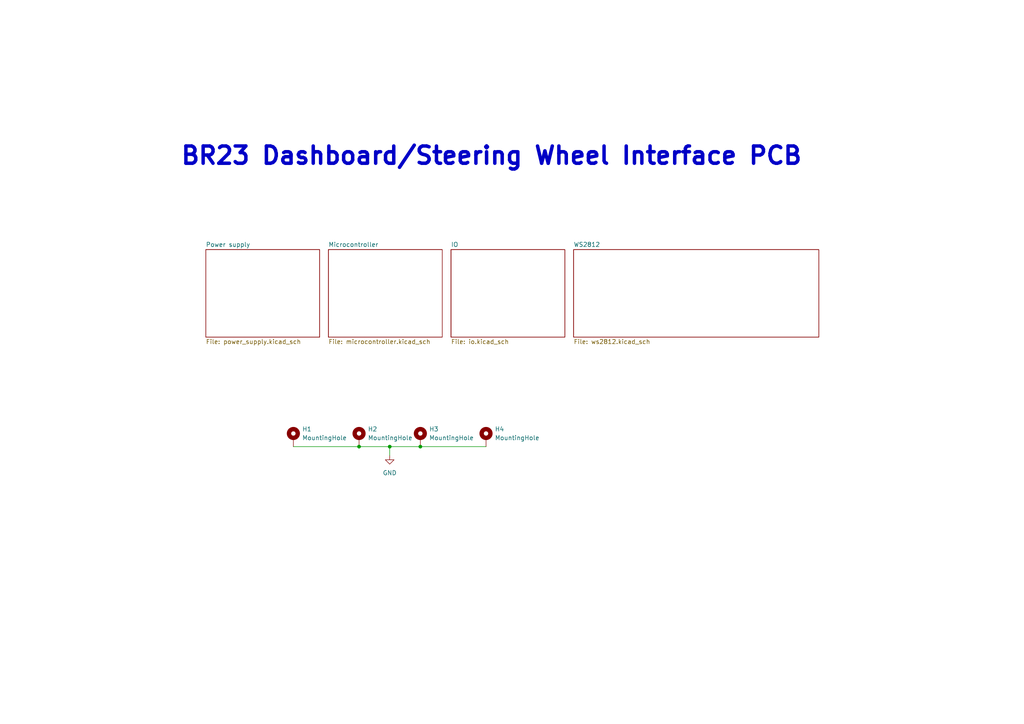
<source format=kicad_sch>
(kicad_sch (version 20211123) (generator eeschema)
  (paper "A4")
  (title_block (title "BR23 Dashboard PCB") (date "2022-07-06") (rev "1") (company "Bronco Racing"))
  (lib_symbols
    (symbol "Mechanical:MountingHole_Pad" (pin_numbers hide) (pin_names (offset 1.016) hide)
      (property "Reference" "H" (at 0 6.35 0))
      (property "Value" "MountingHole_Pad" (at 0 4.445 0))
      (symbol "MountingHole_Pad_0_1"
        (circle (center 0 1.27) (radius 1.27) (stroke (width 1.27)))
      )
      (symbol "MountingHole_Pad_1_1"
        (pin input line (at 0 -2.54 90) (length 2.54) (name "1") (number "1"))
      )
    )
    (symbol "power:GND" (power) (pin_names (offset 0))
      (property "Value" "GND" (at 0 -3.81 0))
      (symbol "GND_0_1"
        (polyline (pts (xy 0 0) (xy 0 -1.27) (xy 1.27 -1.27) (xy 0 -2.54) (xy -1.27 -1.27) (xy 0 -1.27)))
      )
      (symbol "GND_1_1"
        (pin power_in line (at 0 0 270) (length 0) hide (name "GND") (number "1"))
      )
    )
  )
  (junction (at 113.03 129.54))
  (junction (at 121.92 129.54))
  (junction (at 104.14 129.54))
  (wire (pts (xy 85.09 129.54) (xy 104.14 129.54)))
  (wire (pts (xy 113.03 129.54) (xy 121.92 129.54)))
  (wire (pts (xy 104.14 129.54) (xy 113.03 129.54)))
  (wire (pts (xy 113.03 129.54) (xy 113.03 132.08)))
  (wire (pts (xy 121.92 129.54) (xy 140.97 129.54)))
  (text "BR23 Dashboard/Steering Wheel Interface PCB" (at 52.07 48.26 0) (effects (font (size 5.0038 5.0038) (thickness 1.0008) bold) (justify left bottom)))
  (symbol (lib_id "Mechanical:MountingHole_Pad") (at 121.92 127 0) (unit 1)
    (property "Reference" "H3" (at 124.46 124.4599 0) (effects (justify left)))
    (property "Value" "MountingHole" (at 124.46 126.9999 0) (effects (justify left)))
    (property "Footprint" "MountingHole:MountingHole_3.5mm_Pad" (effects hide))
  )
  (symbol (lib_id "Mechanical:MountingHole_Pad") (at 104.14 127 0) (unit 1)
    (property "Reference" "H2" (at 106.68 124.4599 0) (effects (justify left)))
    (property "Value" "MountingHole" (at 106.68 126.9999 0) (effects (justify left)))
    (property "Footprint" "MountingHole:MountingHole_3.5mm_Pad" (effects hide))
  )
  (symbol (lib_id "Mechanical:MountingHole_Pad") (at 140.97 127 0) (unit 1)
    (property "Reference" "H4" (at 143.51 124.4599 0) (effects (justify left)))
    (property "Value" "MountingHole" (at 143.51 126.9999 0) (effects (justify left)))
    (property "Footprint" "MountingHole:MountingHole_3.5mm_Pad" (effects hide))
  )
  (symbol (lib_id "power:GND") (at 113.03 132.08 0) (unit 1)
    (property "Reference" "#PWR0106" (effects hide))
    (property "Value" "GND" (at 113.03 137.16 0))
  )
  (symbol (lib_id "Mechanical:MountingHole_Pad") (at 85.09 127 0) (unit 1)
    (property "Reference" "H1" (at 87.63 124.4599 0) (effects (justify left)))
    (property "Value" "MountingHole" (at 87.63 126.9999 0) (effects (justify left)))
    (property "Footprint" "MountingHole:MountingHole_3.5mm_Pad" (effects hide))
  )
  (sheet (at 95.25 72.39) (size 33.02 25.4) (stroke (width 0.1524))
    (property "Sheet name" "Microcontroller" (at 95.25 71.6784 0) (effects (justify left bottom)))
    (property "Sheet file" "microcontroller.kicad_sch" (at 95.25 98.3746 0) (effects (justify left top)))
  )
  (sheet (at 130.81 72.39) (size 33.02 25.4) (stroke (width 0.1524))
    (property "Sheet name" "IO" (at 130.81 71.6784 0) (effects (justify left bottom)))
    (property "Sheet file" "io.kicad_sch" (at 130.81 98.3746 0) (effects (justify left top)))
  )
  (sheet (at 59.69 72.39) (size 33.02 25.4) (stroke (width 0.1524))
    (property "Sheet name" "Power supply" (at 59.69 71.6784 0) (effects (justify left bottom)))
    (property "Sheet file" "power_supply.kicad_sch" (at 59.69 98.3746 0) (effects (justify left top)))
  )
  (sheet (at 166.37 72.39) (size 71.12 25.4) (stroke (width 0.1524))
    (property "Sheet name" "WS2812" (at 166.37 71.6784 0) (effects (justify left bottom)))
    (property "Sheet file" "ws2812.kicad_sch" (at 166.37 98.3746 0) (effects (justify left top)))
  )
)
</source>
